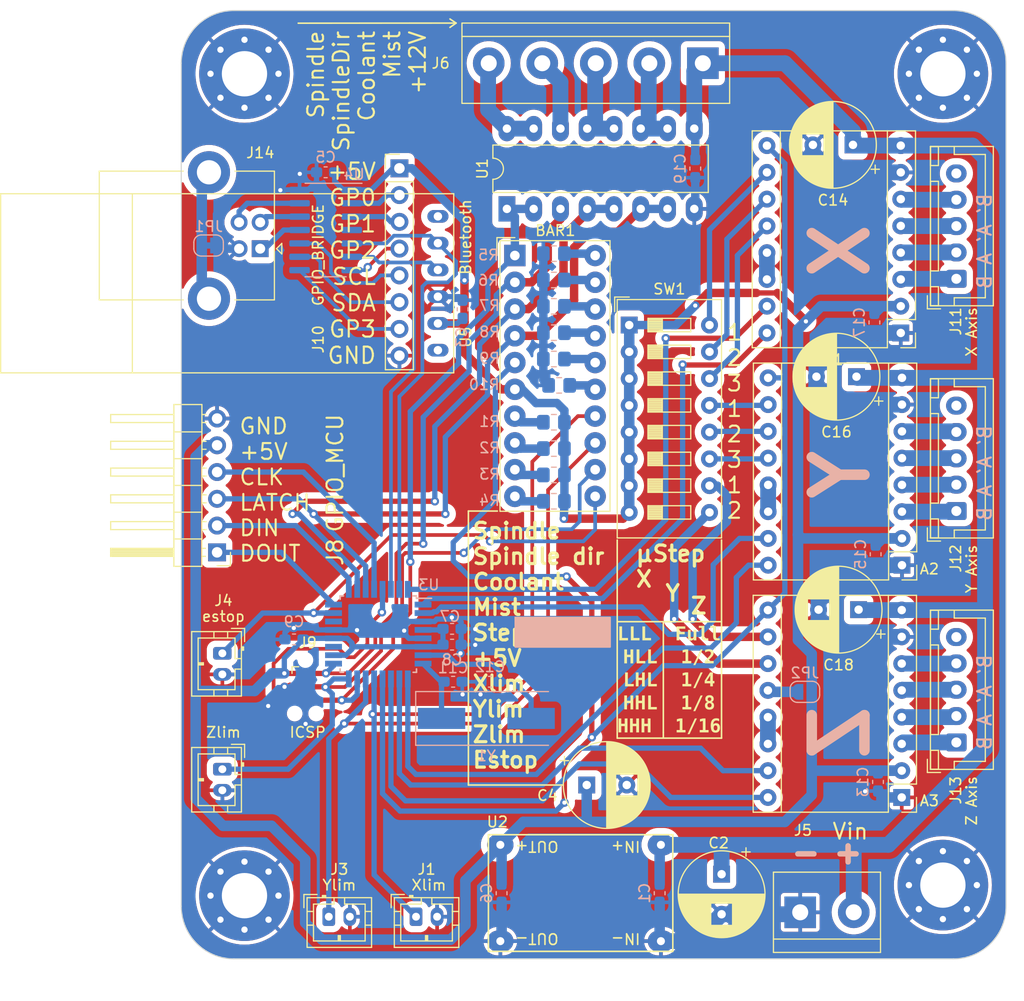
<source format=kicad_pcb>
(kicad_pcb (version 20221018) (generator pcbnew)
  (layers (0 "F.Cu" signal) (31 "B.Cu" signal) (34 "B.Paste" user) (35 "F.Paste" user) (36 "B.SilkS" user "B.Silkscreen") (37 "F.SilkS" user "F.Silkscreen") (38 "B.Mask" user) (39 "F.Mask" user) (44 "Edge.Cuts" user))
  (net 0 "")
  (net 1 "GND")
  (net 2 "+5V")
  (net 3 "Net-(A1-1B)")
  (net 4 "Net-(A1-1A)")
  (net 5 "Net-(A1-2A)")
  (net 6 "Net-(A1-2B)")
  (net 7 "+12V")
  (net 8 "/stepper_enable")
  (net 9 "/StepperDrivers/MS1_X")
  (net 10 "/StepperDrivers/MS2_X")
  (net 11 "/StepperDrivers/MS3_X")
  (net 12 "Net-(A1-~{RESET})")
  (net 13 "/MCU/stepX")
  (net 14 "/MCU/dirX")
  (net 15 "Net-(A2-1B)")
  (net 16 "Net-(A2-1A)")
  (net 17 "Net-(A2-2A)")
  (net 18 "Net-(A2-2B)")
  (net 19 "/StepperDrivers/MS1_Y")
  (net 20 "/StepperDrivers/MS2_Y")
  (net 21 "/StepperDrivers/MS3_Y")
  (net 22 "Net-(A2-~{RESET})")
  (net 23 "/MCU/stepY")
  (net 24 "/MCU/dirY")
  (net 25 "Net-(A3-1B)")
  (net 26 "Net-(A3-1A)")
  (net 27 "Net-(A3-2A)")
  (net 28 "Net-(A3-2B)")
  (net 29 "/StepperDrivers/MS1_Z")
  (net 30 "/StepperDrivers/MS2_Z")
  (net 31 "/StepperDrivers/MS3_Z")
  (net 32 "Net-(A3-~{RESET})")
  (net 33 "/MCU/stepZ")
  (net 34 "/MCU/dirZ")
  (net 35 "/spindle")
  (net 36 "/spindle_dir")
  (net 37 "/coolant")
  (net 38 "/mist")
  (net 39 "Net-(BAR1-A-Pad7)")
  (net 40 "Net-(BAR1-A-Pad8)")
  (net 41 "Net-(BAR1-A-Pad9)")
  (net 42 "Net-(BAR1-A-Pad10)")
  (net 43 "/estop")
  (net 44 "/zlim")
  (net 45 "/ylim")
  (net 46 "/xlim")
  (net 47 "Net-(BAR1-K-Pad15)")
  (net 48 "Net-(BAR1-K-Pad16)")
  (net 49 "Net-(BAR1-K-Pad17)")
  (net 50 "Net-(BAR1-K-Pad18)")
  (net 51 "Net-(BAR1-K-Pad19)")
  (net 52 "Net-(BAR1-K-Pad20)")
  (net 53 "/MCU/XTAL2")
  (net 54 "/MCU/XTAL1")
  (net 55 "Net-(J6-Pin_2)")
  (net 56 "Net-(J6-Pin_3)")
  (net 57 "Net-(J6-Pin_4)")
  (net 58 "/MCU/DOUT")
  (net 59 "/MCU/DIN")
  (net 60 "/MCU/CLK")
  (net 61 "/MCU/~{RST}")
  (net 62 "/MCU/GP0")
  (net 63 "/MCU/GP2")
  (net 64 "/MCU/GP3")
  (net 65 "/MCU/SDA")
  (net 66 "/MCU/SCL")
  (net 70 "/MCU/VUSB")
  (net 71 "Net-(J14-D-)")
  (net 72 "Net-(J14-D+)")
  (net 73 "Net-(J14-Shield)")
  (net 76 "/MCU/RX")
  (net 77 "/MCU/TX")
  (net 81 "/MCU/GP1")
  (net 82 "Net-(J6-Pin_5)")
  (footprint "Connector_PinHeader_2.54mm:PinHeader_1x08_P2.54mm_Vertical" (layer "F.Cu") (at 55.702919 35.975)
    (fp_text reference "J10")
    (fp_text value "GPIO_BRIDGE")
  )
  (footprint "Connector_PinHeader_2.54mm:PinHeader_1x06_P2.54mm_Horizontal" (layer "F.Cu") (at 38.4 72.42 180)
    (fp_text reference "J8")
    (fp_text value "GPIO_MCU")
  )
  (footprint "Connector_JST:JST_PH_B2B-PH-K_1x02_P2.00mm_Vertical" (layer "F.Cu") (at 49 107)
    (fp_text reference "J3")
    (fp_text value "Ylim")
  )
  (footprint "MountingHole:MountingHole_4.3mm_M4_Pad_Via" (layer "F.Cu") (at 107.280419 104)
    (fp_text reference "H4")
    (fp_text value "MountingHole_Pad")
  )
  (footprint "Button_Switch_THT:SW_DIP_SPSTx08_Slide_9.78x22.5mm_W7.62mm_P2.54mm" (layer "F.Cu") (at 77.512919 50.85)
    (fp_text reference "SW1")
    (fp_text value "SW_DIP_x08")
  )
  (footprint "MountingHole:MountingHole_4.3mm_M4_Pad_Via" (layer "F.Cu") (at 41 105)
    (fp_text reference "H2")
    (fp_text value "MountingHole_Pad")
  )
  (footprint "Capacitor_THT:CP_Radial_D8.0mm_P3.80mm" (layer "F.Cu") (at 99.282919 77.85875 180)
    (fp_text reference "C18")
    (fp_text value "47u")
  )
  (footprint "Capacitor_THT:CP_Radial_D8.0mm_P3.80mm" (layer "F.Cu") (at 86.280419 102.964698 -90)
    (fp_text reference "C2")
    (fp_text value "47u")
  )
  (footprint "Capacitor_THT:CP_Radial_D8.0mm_P3.80mm" (layer "F.Cu") (at 73.480419 94.5)
    (fp_text reference "C4")
    (fp_text value "47u")
  )
  (footprint "Module:Pololu_Breakout-16_15.2x20.3mm" (layer "F.Cu") (at 103.37557 95.67875 180)
    (fp_text reference "A3")
    (fp_text value "Pololu_Breakout_A4988")
  )
  (footprint "Module:Pololu_Breakout-16_15.2x20.3mm" (layer "F.Cu") (at 103.397919 73.63875 180)
    (fp_text reference "A2")
    (fp_text value "Pololu_Breakout_A4988")
  )
  (footprint "footprints:BlueSmirf" (layer "F.Cu") (at 59.357919 46.885 180)
    (fp_text reference "U5")
    (fp_text value "Bluetooth")
  )
  (footprint "MountingHole:MountingHole_4.3mm_M4_Pad_Via" (layer "F.Cu") (at 41 27)
    (fp_text reference "H1")
    (fp_text value "MountingHole_Pad")
  )
  (footprint "MountingHole:MountingHole_4.3mm_M4_Pad_Via" (layer "F.Cu") (at 107.280419 27)
    (fp_text reference "H3")
    (fp_text value "MountingHole_Pad")
  )
  (footprint "TerminalBlock:TerminalBlock_bornier-2_P5.08mm" (layer "F.Cu") (at 93.740419 106.58)
    (fp_text reference "J5")
    (fp_text value "Vin")
  )
  (footprint "TerminalBlock:TerminalBlock_bornier-5_P5.08mm" (layer "F.Cu") (at 84.5 26 180)
    (fp_text reference "J6")
    (fp_text value "Screw_Terminal_01x05")
  )
  (footprint "Display:HDSP-4830" (layer "F.Cu") (at 66.660419 44.25)
    (fp_text reference "BAR1")
    (fp_text value "HDSP-4830_2")
  )
  (footprint "Connector_JST:JST_PH_B2B-PH-K_1x02_P2.00mm_Vertical" (layer "F.Cu") (at 57.280419 107)
    (fp_text reference "J1")
    (fp_text value "Xlim")
  )
  (footprint "Connector_JST:JST_XH_B5B-XH-A_1x05_P2.50mm_Vertical" (layer "F.Cu") (at 108.557919 46.45875 90)
    (fp_text reference "J11")
    (fp_text value "X Axis")
  )
  (footprint "Package_DIP:DIP-16_W7.62mm_LongPads" (layer "F.Cu") (at 65.905419 39.825 90)
    (fp_text reference "U1")
    (fp_text value "ULN2003A")
  )
  (footprint "Connector_JST:JST_XH_B5B-XH-A_1x05_P2.50mm_Vertical" (layer "F.Cu") (at 108.557919 90.45875 90)
    (fp_text reference "J13")
    (fp_text value "Z Axis")
  )
  (footprint "Connector_USB:USB_B_Lumberg_2411_02_Horizontal" (layer "F.Cu") (at 42.490419 43.6 180)
    (fp_text reference "J14")
    (fp_text value "USB_A")
  )
  (footprint "Connector_JST:JST_PH_B2B-PH-K_1x02_P2.00mm_Vertical" (layer "F.Cu") (at 38.9 93 -90)
    (fp_text reference "J2")
    (fp_text value "Zlim")
  )
  (footprint "Capacitor_THT:CP_Radial_D8.0mm_P3.80mm" (layer "F.Cu") (at 99.080419 55.74875 180)
    (fp_text reference "C16")
    (fp_text value "47u")
  )
  (footprint "Connector:Tag-Connect_TC2030-IDC-NL_2x03_P1.27mm_Vertical" (layer "F.Cu") (at 46.780419 85.18 -90)
    (fp_text reference "J9")
    (fp_text value "ICSP")
  )
  (footprint "footprints:Mini360_step-down" (layer "F.Cu") (at 72.900419 104.747349 180)
    (fp_text reference "U2")
    (fp_text value "Mini360")
  )
  (footprint "Module:Pololu_Breakout-16_15.2x20.3mm" (layer "F.Cu") (at 103.282919 51.59875 180)
    (fp_text reference "A1")
    (fp_text value "Pololu_Breakout_A4988")
  )
  (footprint "Connector_JST:JST_PH_B2B-PH-K_1x02_P2.00mm_Vertical" (layer "F.Cu") (at 38.9 82 -90)
    (fp_text reference "J4")
    (fp_text value "estop")
  )
  (footprint "Connector_JST:JST_XH_B5B-XH-A_1x05_P2.50mm_Vertical" (layer "F.Cu") (at 108.557919 68.49875 90)
    (fp_text reference "J12")
    (fp_text value "Y Axis")
  )
  (footprint "Capacitor_THT:CP_Radial_D8.0mm_P3.80mm" (layer "F.Cu") (at 98.74557 33.74875 180)
    (fp_text reference "C14")
    (fp_text value "47u")
  )
  (footprint "Resistor_SMD:R_0805_2012Metric_Pad1.20x1.40mm_HandSolder" (layer "B.Cu") (at 70.362919 54.0725)
    (fp_text reference "R9")
    (fp_text value "1k")
  )
  (footprint "Resistor_SMD:R_0805_2012Metric_Pad1.20x1.40mm_HandSolder" (layer "B.Cu") (at 70.862919 56.5725)
    (fp_text reference "R10")
    (fp_text value "1k")
  )
  (footprint "Crystal:Crystal_SMD_HC49-SD" (layer "B.Cu") (at 63.95 88.18)
    (fp_text reference "Y1")
    (fp_text value "16MHz")
  )
  (footprint "Capacitor_SMD:C_0603_1608Metric_Pad1.08x0.95mm_HandSolder" (layer "B.Cu") (at 83.780419 36 -90)
    (fp_text reference "C19")
    (fp_text value "100n")
  )
  (footprint "Capacitor_SMD:C_0603_1608Metric_Pad1.08x0.95mm_HandSolder" (layer "B.Cu") (at 65.400419 104.767349 -90)
    (fp_text reference "C6")
    (fp_text value "100n")
  )
  (footprint "Resistor_SMD:R_0805_2012Metric_Pad1.20x1.40mm_HandSolder" (layer "B.Cu") (at 70.362919 44.0725)
    (fp_text reference "R5")
    (fp_text value "1k")
  )
  (footprint "Resistor_SMD:R_0805_2012Metric_Pad1.20x1.40mm_HandSolder" (layer "B.Cu") (at 70.362919 65.0725 180)
    (fp_text reference "R3")
    (fp_text value "1k")
  )
  (footprint "Jumper:SolderJumper-2_P1.3mm_Bridged_RoundedPad1.0x1.5mm" (layer "B.Cu") (at 37.595419 43.3 180)
    (fp_text reference "JP1")
    (fp_text value "Jumper_2_Bridged")
  )
  (footprint "Resistor_SMD:R_0805_2012Metric_Pad1.20x1.40mm_HandSolder" (layer "B.Cu") (at 70.362919 49.0725)
    (fp_text reference "R7")
    (fp_text value "1k")
  )
  (footprint "Resistor_SMD:R_0805_2012Metric_Pad1.20x1.40mm_HandSolder" (layer "B.Cu") (at 70.362919 62.5725 180)
    (fp_text reference "R2")
    (fp_text value "1k")
  )
  (footprint "Capacitor_SMD:C_0603_1608Metric_Pad1.08x0.95mm_HandSolder" (layer "B.Cu") (at 80.400419 104.767349 -90)
    (fp_text reference "C1")
    (fp_text value "100n")
  )
  (footprint "Resistor_SMD:R_0805_2012Metric_Pad1.20x1.40mm_HandSolder" (layer "B.Cu") (at 70.362919 60.0725 180)
    (fp_text reference "R1")
    (fp_text value "1k")
  )
  (footprint "Capacitor_SMD:C_0603_1608Metric_Pad1.08x0.95mm_HandSolder" (layer "B.Cu") (at 60.7 79.68)
    (fp_text reference "C7")
    (fp_text value "100n")
  )
  (footprint "Capacitor_SMD:C_0603_1608Metric_Pad1.08x0.95mm_HandSolder" (layer "B.Cu") (at 60.7 81.18)
    (fp_text reference "C8")
    (fp_text value "100n")
  )
  (footprint "Capacitor_SMD:C_0603_1608Metric_Pad1.08x0.95mm_HandSolder" (layer "B.Cu") (at 48.702919 36.35 180)
    (fp_text reference "C5")
    (fp_text value "100n")
  )
  (footprint "Package_QFP:TQFP-32_7x7mm_P0.8mm" (layer "B.Cu") (at 53.7 80.18 180)
    (fp_text reference "U3")
    (fp_text value "ATmega328P-A")
  )
  (footprint "Capacitor_SMD:C_0603_1608Metric_Pad1.08x0.95mm_HandSolder" (layer "B.Cu") (at 60.8 84.7)
    (fp_text reference "C11")
    (fp_text value "22p")
  )
  (footprint "Jumper:SolderJumper-2_P1.3mm_Open_RoundedPad1.0x1.5mm" (layer "B.Cu") (at 94.182919 85.65875 180)
    (fp_text reference "JP2")
    (fp_text value "Jumper_2_Open")
  )
  (footprint "Capacitor_SMD:C_0603_1608Metric_Pad1.08x0.95mm_HandSolder" (layer "B.Cu") (at 100.897919 72.59875 -90)
    (fp_text reference "C15")
    (fp_text value "100n")
  )
  (footprint "Capacitor_SMD:C_0603_1608Metric_Pad1.08x0.95mm_HandSolder" (layer "B.Cu") (at 64.3 84.7 180)
    (fp_text reference "C12")
    (fp_text value "22p")
  )
  (footprint "Capacitor_SMD:C_0603_1608Metric_Pad1.08x0.95mm_HandSolder" (layer "B.Cu") (at 61.702919 49.35 90)
    (fp_text reference "C3")
    (fp_text value "100n")
  )
  (footprint "Resistor_SMD:R_0805_2012Metric_Pad1.20x1.40mm_HandSolder" (layer "B.Cu") (at 70.362919 46.5725)
    (fp_text reference "R6")
    (fp_text value "1k")
  )
  (footprint "Capacitor_SMD:C_0603_1608Metric_Pad1.08x0.95mm_HandSolder" (layer "B.Cu") (at 101.122919 94.20875 -90)
    (fp_text reference "C13")
    (fp_text value "100n")
  )
  (footprint "Package_SO:SOIC-14_3.9x8.7mm_P1.27mm" (layer "B.Cu") (at 48.702919 41.83 180)
    (fp_text reference "U4")
    (fp_text value "MCP2221AxSL")
  )
  (footprint "Capacitor_SMD:C_0603_1608Metric_Pad1.08x0.95mm_HandSolder" (layer "B.Cu") (at 45.7 80.68 180)
    (fp_text reference "C9")
    (fp_text value "100n")
  )
  (footprint "Resistor_SMD:R_0805_2012Metric_Pad1.20x1.40mm_HandSolder" (layer "B.Cu") (at 70.362919 51.5725)
    (fp_text reference "R8")
    (fp_text value "1k")
  )
  (footprint "Capacitor_SMD:C_0603_1608Metric_Pad1.08x0.95mm_HandSolder" (layer "B.Cu") (at 100.782919 50.59875 -90)
    (fp_text reference "C17")
    (fp_text value "100n")
  )
  (footprint "Resistor_SMD:R_0805_2012Metric_Pad1.20x1.40mm_HandSolder" (layer "B.Cu") (at 70.362919 67.5725 180)
    (fp_text reference "R4")
    (fp_text value "1k")
  )
  (gr_rect (start 66.7 78.6) (end 75.7 81.4) (stroke (width 0.15)) (fill solid) (layer "B.SilkS"))
  (gr_line (start 62.25 94.5) (end 71.260419 94.5) (stroke (width 0.15)) (layer "F.SilkS"))
  (gr_line (start 61.080419 22.19) (end 60.5 22.6) (stroke (width 0.15)) (layer "F.SilkS"))
  (gr_line (start 61.080419 22.19) (end 46.1 22.2) (stroke (width 0.15)) (layer "F.SilkS"))
  (gr_line (start 76.372919 90.051) (end 86.272919 90.051) (stroke (width 0.15)) (layer "F.SilkS"))
  (gr_line (start 76.372919 71.25) (end 76.372919 90.051) (stroke (width 0.15)) (layer "F.SilkS"))
  (gr_line (start 61.080419 22.19) (end 60.5 21.8) (stroke (width 0.15)) (layer "F.SilkS"))
  (gr_line (start 86.272919 71.25) (end 86.272919 90.051) (stroke (width 0.15)) (layer "F.SilkS"))
  (gr_line (start 65 68.5) (end 62.25 68.5) (stroke (width 0.15)) (layer "F.SilkS"))
  (gr_line (start 80.75 79) (end 80.75 89.5) (stroke (width 0.15)) (layer "F.SilkS"))
  (gr_line (start 76.4 79) (end 86.25 79) (stroke (width 0.15)) (layer "F.SilkS"))
  (gr_line (start 80.75 89.5) (end 80.75 90) (stroke (width 0.15)) (layer "F.SilkS"))
  (gr_line (start 62.25 68.5) (end 62.25 94.5) (stroke (width 0.15)) (layer "F.SilkS"))
  (gr_line (start 40 21) (end 108.280419 21) (stroke (width 0.1)) (layer "Edge.Cuts"))
  (gr_arc (start 40 111) (mid 36.464466 109.535534) (end 35 106) (stroke (width 0.1)) (layer "Edge.Cuts"))
  (gr_line (start 113.280419 26) (end 113.280419 106) (stroke (width 0.1)) (layer "Edge.Cuts"))
  (gr_arc (start 108.280419 21) (mid 111.815953 22.464466) (end 113.280419 26) (stroke (width 0.1)) (layer "Edge.Cuts"))
  (gr_line (start 35 106) (end 35 26) (stroke (width 0.1)) (layer "Edge.Cuts"))
  (gr_line (start 108.280419 111) (end 40 111) (stroke (width 0.1)) (layer "Edge.Cuts"))
  (gr_arc (start 35 26) (mid 36.464466 22.464466) (end 40 21) (stroke (width 0.1)) (layer "Edge.Cuts"))
  (gr_arc (start 113.280419 106) (mid 111.815953 109.535534) (end 108.280419 111) (stroke (width 0.1)) (layer "Edge.Cuts"))
  (gr_text "B' A' A B" (at 112 82 90) (layer "B.SilkS") (effects (font (size 1.3 1.3) (thickness 0.2)) (justify left bottom mirror)))
  (gr_text "Z" (at 100.5 86.5 90) (layer "B.SilkS") (effects (font (size 5 5) (thickness 1) bold) (justify left bottom mirror)))
  (gr_text "B' A' A B" (at 112 38.25 90) (layer "B.SilkS") (effects (font (size 1.3 1.3) (thickness 0.2)) (justify left bottom mirror)))
  (gr_text "Y" (at 100.5 62.25 90) (layer "B.SilkS") (effects (font (size 5 5) (thickness 1) bold) (justify left bottom mirror)))
  (gr_text "X" (at 100.5 40.75 90) (layer "B.SilkS") (effects (font (size 5 5) (thickness 1) bold) (justify left bottom mirror)))
  (gr_text "B' A' A B" (at 112 60.25 90) (layer "B.SilkS") (effects (font (size 1.3 1.3) (thickness 0.2)) (justify left bottom mirror)))
  (gr_text "Spindle\nSpindle dir\nCoolant\nMist\nStepper_en\n+5V\nXlim\nYlim\nZlim\nEstop" (at 62.5 93) (layer "F.SilkS") (effects (font (size 1.5 1.5) (thickness 0.3) bold) (justify left bottom)))
  (gr_text "GND\n+5V\nCLK\nLATCH\nDIN\nDOUT" (at 40.4 73.4) (layer "F.SilkS") (effects (font (size 1.5 1.5) (thickness 0.2) bold) (justify left bottom)))
  (gr_text "+5V\nGP0\nGP1\nGP2\nSCL\nSDA\nGP3\nGND" (at 53.6 45) (layer "F.SilkS") (effects (font (size 1.55 1.5) (thickness 0.2)) (justify right)))
  (gr_text "LLL  Full\nHLL  1/2\nLHL  1/4\nHHL  1/8\nHHH  1/16" (at 81.3 84.6) (layer "F.SilkS") (effects (font (size 1.3 1.3) (thickness 0.2) bold)))
  (gr_text "Spindle\nSpindleDir\nCoolant\nMist\n+12V" (at 52.6 22.8 90) (layer "F.SilkS") (effects (font (size 1.5 1.5) (thickness 0.2)) (justify right)))
  (gr_text "µStep\nX" (at 78 73.75) (layer "F.SilkS") (effects (font (size 1.5 1.5) (thickness 0.3) bold) (justify left)))
  (gr_text "Y" (at 80.8 76.3) (layer "F.SilkS") (effects (font (size 1.5 1.5) (thickness 0.3) bold) (justify left)))
  (gr_text "1\n2\n3\n1\n2\n3\n1\n2" (at 87.5 60) (layer "F.SilkS") (effects (font (size 1.5 1.5) (thickness 0.2))))
  (gr_text "Z" (at 83.2 77.5) (layer "F.SilkS") (effects (font (size 1.5 1.5) (thickness 0.3) bold) (justify left)))
  (segment (start 46.145419 85.18) (end 44.80042 85.179999) (width 0.5) (layer "F.Cu") (net 1))
  (via (at 61.7 85.9) (size 0.8) (drill 0.4) (layers "F.Cu" "B.Cu") (net 1))
  (via (at 46.25 36.5) (size 0.8) (drill 0.4) (layers "F.Cu" "B.Cu") (net 1))
  (via (at 43.25 87) (size 0.8) (drill 0.4) (layers "F.Cu" "B.Cu") (net 1))
  (via (at 44.80042 85.179999) (size 0.8) (drill 0.4) (layers "F.Cu" "B.Cu") (net 1))
  (via (at 62.9 79.7) (size 0.8) (drill 0.4) (layers "F.Cu" "B.Cu") (net 1))
  (via (at 61.5 82) (size 0.8) (drill 0.4) (layers "F.Cu" "B.Cu") (net 1))
  (via (at 62.9 81.2) (size 0.8) (drill 0.4) (layers "F.Cu" "B.Cu") (net 1))
  (via (at 56.153792 79.854048) (size 0.8) (drill 0.4) (layers "F.Cu" "B.Cu") (net 1))
  (via (at 60.680419 78.6) (size 0.8) (drill 0.4) (layers "F.Cu" "B.Cu") (net 1))
  (via (at 63.4 85.9) (size 0.8) (drill 0.4) (layers "F.Cu" "B.Cu") (net 1))
  (via (at 51.680419 79.8) (size 0.8) (drill 0.4) (layers "F.Cu" "B.Cu") (net 1))
  (via (at 44.402919 38.05) (size 0.8) (drill 0.4) (layers "F.Cu" "B.Cu") (net 1))
  (via (at 45.680419 79.6) (size 0.8) (drill 0.4) (layers "F.Cu" "B.Cu") (net 1))
  (via (at 99.9 95.1) (size 0.8) (drill 0.4) (layers "F.Cu" "B.Cu") (net 1))
  (via (at 46.8 88.7) (size 0.8) (drill 0.4) (layers "F.Cu" "B.Cu") (net 1))
  (segment (start 80.400419 105.629849) (end 80.400419 109.197349) (width 1) (layer "B.Cu") (net 1))
  (segment (start 44.8375 80.0425) (end 44.8375 80.68) (width 0.5) (layer "B.Cu") (net 1))
  (segment (start 46.227919 38.02) (end 44.432919 38.02) (width 0.5) (layer "B.Cu") (net 1))
  (segment (start 56.65 78.98) (end 57.95 78.98) (width 0.5) (layer "B.Cu") (net 1))
  (segment (start 95.482919 79.05875) (end 95.482919 77.85875) (width 1.5) (layer "B.Cu") (net 1))
  (segment (start 97.392919 73.63875) (end 95.482919 75.54875) (width 1.5) (layer "B.Cu") (net 1))
  (segment (start 96.862919 80.43875) (end 95.482919 79.05875) (width 1.5) (layer "B.Cu") (net 1))
  (segment (start 95.482919 75.54875) (end 95.482919 77.85875) (width 1.5) (layer "B.Cu") (net 1))
  (segment (start 45.2 79.68) (end 44.8375 80.0425) (width 0.5) (layer "B.Cu") (net 1))
  (segment (start 65.400419 109.197349) (end 65.280419 109.317349) (width 1) (layer "B.Cu") (net 1))
  (segment (start 44.432919 38.02) (end 44.402919 38.05) (width 0.5) (layer "B.Cu") (net 1))
  (segment (start 56.2 79.43) (end 56.65 78.98) (width 0.5) (layer "B.Cu") (net 1))
  (segment (start 103.282919 51.59875) (end 100.920419 51.59875) (width 1) (layer "B.Cu") (net 1))
  (segment (start 69.362919 56.0725) (end 69.862919 56.5725) (width 0.8) (layer "B.Cu") (net 1))
  (segment (start 100.920419 51.59875) (end 100.782919 51.46125) (width 1) (layer "B.Cu") (net 1))
  (segment (start 47.840419 36.35) (end 47.840419 37.2125) (width 0.5) (layer "B.Cu") (net 1))
  (segment (start 96.052919 36.35875) (end 94.94557 35.251401) (width 1.5) (layer "B.Cu") (net 1))
  (segment (start 45.680419 79.6) (end 45.600419 79.68) (width 0.5) (layer "B.Cu") (net 1))
  (segment (start 101.730419 95.67875) (end 101.122919 95.07125) (width 1) (layer "B.Cu") (net 1))
  (segment (start 60.525419 78.755) (end 60.680419 78.6) (width 0.5) (layer "B.Cu") (net 1))
  (segment (start 103.282919 36.35875) (end 96.052919 36.35875) (width 1.5) (layer "B.Cu") (net 1))
  (segment (start 56.099744 79.8) (end 56.153792 79.854048) (width 0.5) (layer "B.Cu") (net 1))
  (segment (start 38.245419 40.3075) (end 38.245419 43.3) (width 0.5) (layer "B.Cu") (net 1))
  (segment (start 61.2 78.68) (end 61.5625 79.0425) (width 0.5) (layer "B.Cu") (net 1))
  (segment (start 101.075419 73.63875) (end 100.897919 73.46125) (width 1) (layer "B.Cu") (net 1))
  (segment (start 38.545419 43.6) (end 38.245419 43.3) (width 0.8) (layer "B.Cu") (net 1))
  (segment (start 93.555721 106.764698) (end 93.740419 106.58) (width 1.5) (layer "B.Cu") (net 1))
  (segment (start 65.400419 105.629849) (end 65.400419 109.197349) (width 1) (layer "B.Cu") (net 1))
  (segment (start 69.362919 44.0725) (end 69.362919 56.0725) (width 0.8) (layer "B.Cu") (net 1))
  (segment (start 57.95 78.98) (end 59.027728 78.98) (width 0.5) (layer "B.Cu") (net 1))
  (segment (start 61.5625 79.0425) (end 61.5625 79.68) (width 0.5) (layer "B.Cu") (net 1))
  (segment (start 95.280419 53.25125) (end 95.280419 55.74875) (width 1.5) (layer "B.Cu") (net 1))
  (segment (start 59.357919 48.155) (end 61.370419 48.155) (width 0.5) (layer "B.Cu") (net 1))
  (segment (start 83.780419 39.73) (end 83.685419 39.825) (width 0.8) (layer "B.Cu") (net 1))
  (segment (start 61.5625 81.18) (end 61.5625 79.68) (width 0.5) (layer "B.Cu") (net 1))
  (segment (start 59.027728 78.98) (end 59.252728 78.755) (width 0.5) (layer "B.Cu") (net 1))
  (segment (start 103.37557 95.67875) (end 101.730419 95.67875) (width 1) (layer "B.Cu") (net 1))
  (segment (start 95.257919 56.94875) (end 95.257919 55.74875) (width 1.5) (layer "B.Cu") (net 1))
  (segment (start 56.2 79.68) (end 56.2 79.43) (width 0.5) (layer "B.Cu") (net 1))
  (segment (start 49.45 79.78) (end 47.8 79.78) (width 0.5) (layer "B.Cu") (net 1))
  (segment (start 86.280419 106.764698) (end 93.555721 106.764698) (width 1.5) (layer "B.Cu") (net 1))
  (segment (start 56.6 80.58) (end 56.2 80.18) (width 0.5) (layer "B.Cu") (net 1))
  (segment (start 96.707919 58.39875) (end 95.257919 56.94875) (width 1.5) (layer "B.Cu") (net 1))
  (segment (start 45.600419 79.68) (end 45.2 79.68) (width 0.5) (layer "B.Cu") (net 1))
  (segment (start 51.680419 79.8) (end 56.099744 79.8) (width 0.5) (layer "B.Cu") (net 1))
  (segment (start 57.95 80.58) (end 56.6 80.58) (width 0.5) (layer "B.Cu") (net 1))
  (segment (start 94.94557 35.251401) (end 94.94557 33.74875) (width 1.5) (layer "B.Cu") (net 1))
  (segment (start 47.840419 37.2125) (end 47.032919 38.02) (width 0.5) (layer "B.Cu") (net 1))
  (segment (start 96.932919 51.59875) (end 95.280419 53.25125) (width 1.5) (layer "B.Cu") (net 1))
  (segment (start 49.45 79.78) (end 51.680419 79.8) (width 0.5) (layer "B.Cu") (net 1))
  (segment (start 40.490419 43.6) (end 38.545419 43.6) (width 0.8) (layer "B.Cu") (net 1))
  (segment (start 47.032919 38.02) (end 46.227919 38.02) (width 0.5) (layer "B.Cu") (net 1))
  (segment (start 103.397919 73.63875) (end 101.075419 73.63875) (width 1) (layer "B.Cu") (net 1))
  (segment (start 56.2 80.18) (end 56.2 79.68) (width 0.5) (layer "B.Cu") (net 1))
  (segment (start 45.680419 79.6) (end 47.62 79.6) (width 0.5) (layer "B.Cu") (net 1))
  (segment (start 40.532919 38.02) (end 38.245419 40.3075) (width 0.5) (layer "B.Cu") (net 1))
  (segment (start 44.402919 38.05) (end 44.372919 38.02) (width 0.5) (layer "B.Cu") (net 1))
  (segment (start 61.370419 48.155) (end 61.702919 48.4875) (width 0.5) (layer "B.Cu") (net 1))
  (segment (start 103.397919 73.63875) (end 97.392919 73.63875) (width 1.5) (layer "B.Cu") (net 1))
  (segment (start 80.520419 109.317349) (end 83.727768 109.317349) (width 1.5) (layer "B.Cu") (net 1))
  (segment (start 80.400419 109.197349) (end 80.520419 109.317349) (width 1) (layer "B.Cu") (net 1))
  (segment (start 47.62 79.6) (end 47.8 79.78) (width 0.5) (layer "B.Cu") (net 1))
  (segment (start 45.760419 79.68) (end 45.680419 79.6) (width 0.5) (layer "B.Cu") (net 1))
  (segment (start 103.282919 51.59875) (end 96.932919 51.59875) (width 1.5) (layer "B.Cu") (net 1))
  (segment (start 83.727768 109.317349) (end 86.280419 106.764698) (width 1.5) (layer "B.Cu") (net 1))
  (segment (start 103.397919 58.39875) (end 96.707919 58.39875) (width 1.5) (layer "B.Cu") (net 1))
  (segment (start 61.7 81.3175) (end 61.5625 81.18) (width 0.5) (layer "B.Cu") (net 1))
  (segment (start 56.153792 79.726208) (end 56.153792 79.854048) (width 0.5) (layer "B.Cu") (net 1))
  (segment (start 60.760419 78.68) (end 61.2 78.68) (width 0.5) (layer "B.Cu") (net 1))
  (segment (start 83.780419 36.8625) (end 83.780419 39.73) (width 0.8) (layer "B.Cu") (net 1))
  (segment (start 44.372919 38.02) (end 40.532919 38.02) (width 0.5) (layer "B.Cu") (net 1))
  (segment (start 59.252728 78.755) (end 60.525419 78.755) (width 0.5) (layer "B.Cu") (net 1))
  (segment (start 103.37557 80.43875) (end 96.862919 80.43875) (width 1.5) (layer "B.Cu") (net 1))
  (segment (start 60.680419 78.6) (end 60.760419 78.68) (width 0.5) (layer "B.Cu") (net 1))
  (segment (start 56.2 79.68) (end 56.153792 79.726208) (width 0.5) (layer "B.Cu") (net 1))
  (segment (start 66.660419 56.95) (end 65.330419 56.95) (width 0.8) (layer "F.Cu") (net 2))
  (segment (start 61.880419 53.5) (end 61.880419 50.5725) (width 0.8) (layer "F.Cu") (net 2))
  (segment (start 61.757919 50.695) (end 61.880419 50.5725) (width 0.8) (layer "F.Cu") (net 2))
  (segment (start 44.790419 83.91) (end 44.780419 83.9) (width 0.5) (layer "F.Cu") (net 2))
  (segment (start 46.145419 83.91) (end 44.790419 83.91) (width 0.5) (layer "F.Cu") (net 2))
  (segment (start 71.312919 69.2225) (end 76.920419 69.2225) (width 0.8) (layer "F.Cu") (net 2))
  (segment (start 91.580419 47.8) (end 89.580419 47.8) (width 0.5) (layer "F.Cu") (net 2))
  (segment (start 94.280419 50.5) (end 91.580419 47.8) (width 0.8) (layer "F.Cu") (net 2))
  (segment (start 83.780419 49) (end 84.980419 47.8) (width 0.8) (layer "F.Cu") (net 2))
  (segment (start 59.357919 50.695) (end 61.757919 50.695) (width 0.8) (layer "F.Cu") (net 2))
  (segment (start 65.330419 56.95) (end 61.880419 53.5) (width 0.8) (layer "F.Cu") (net 2))
  (segment (start 76.920419 69.2225) (end 77.512919 68.63) (width 0.8) (layer "F.Cu") (net 2))
  (segment (start 61.880419 50.5725) (end 61.880419 46.6) (width 0.8) (layer "F.Cu") (net 2))
  (segment (start 84.980419 47.8) (end 89.580419 47.8) (width 0.8) (layer "F.Cu") (net 2))
  (via (at 71.312919 69.2225) (size 0.8) (drill 0.4) (layers "F.Cu" "B.Cu") (net 2))
  (via (at 83.780419 49) (size 0.8) (drill 0.4) (layers "F.Cu" "B.Cu") (net 2))
  (via (at 61.880419 46.6) (size 0.8) (drill 0.4) (layers "F.Cu" "B.Cu") (net 2))
  (via (at 44.780419 83.9) (size 0.8) (drill 0.4) (layers "F.Cu" "B.Cu") (net 2))
  (via (at 94.280419 50.5) (size 0.8) (drill 0.4) (layers "F.Cu" "B.Cu") (net 2))
  (segment (start 93.879169 71.09875) (end 93.530419 70.75) (width 1) (layer "B.Cu") (net 2))
  (segment (start 36.362919 84.5725) (end 36.362919 63.3725) (width 1) (layer "B.Cu") (net 2))
  (segment (start 94.832919 85.65875) (end 94.832919 93) (width 1) (layer "B.Cu") (net 2))
  (segment (start 65.400419 103.904849) (end 65.400419 100.297349) (width 1) (layer "B.Cu") (net 2))
  (segment (start 73.480419 97.8) (end 73.280419 98) (width 1) (layer "B.Cu") (net 2))
  (segment (start 43.635419 83.9) (end 41.962919 85.5725) (width 1) (layer "B.Cu") (net 2))
  (segment (start 94.832919 85.65875) (end 94.832919 82.0525) (width 1) (layer "B.Cu") (net 2))
  (segment (start 103.397919 71.09875) (end 93.879169 71.09875) (width 1) (layer "B.Cu") (net 2))
  (segment (start 103.282919 49.05875) (end 95.721669 49.05875) (width 1) (layer "B.Cu") (net 2))
  (segment (start 48.362919 109.1725) (end 60.562919 109.1725) (width 1) (layer "B.Cu") (net 2))
  (segment (start 61.880419 40.960444) (end 56.894975 35.975) (width 0.8) (layer "B.Cu") (net 2))
  (segment (start 50.372919 38.02) (end 49.565419 37.2125) (width 0.5) (layer "B.Cu") (net 2))
  (segment (start 36.362919 84.5725) (end 36.362919 95.7725) (width 1) (layer "B.Cu") (net 2))
  (segment (start 67.360419 56.95) (end 68.660419 58.25) (width 0.8) (layer "B.Cu") (net 2))
  (segment (start 56.894975 35.975) (end 55.702919 35.975) (width 0.8) (layer "B.Cu") (net 2))
  (segment (start 41.962919 85.5725) (end 36.562919 85.5725) (width 1) (layer "B.Cu") (net 2))
  (segment (start 60.562919 109.1725) (end 61.962919 107.7725) (width 1) (layer "B.Cu") (net 2))
  (segment (start 67.457768 98) (end 65.280419 100.177349) (width 1) (layer "B.Cu") (net 2))
  (segment (start 93.530419 51.25) (end 93.530419 70.75) (width 1) (layer "B.Cu") (net 2))
  (segment (start 93.530419 70.75) (end 93.530419 80.75) (width 1) (layer "B.Cu") (net 2))
  (segment (start 65.280419 100.255) (end 65.280419 100.177349) (width 1) (layer "B.Cu") (net 2))
  (segment (start 37.475419 62.26) (end 38.4 62.26) (width 1) (layer "B.Cu") (net 2))
  (segment (start 71.362919 67.5725) (end 71.312919 69.2225) (width 0.8) (layer "B.Cu") (net 2))
  (segment (start 101.535419 71.09875) (end 100.897919 71.73625) (width 1) (layer "B.Cu") (net 2))
  (segment (start 59.357919 50.695) (end 61.220419 50.695) (width 0.5) (layer "B.Cu") (net 2))
  (segment (start 61.880419 46.6) (end 61.880419 40.960444) (width 0.8) (layer "B.Cu") (net 2))
  (segment (start 103.282919 49.05875) (end 101.460419 49.05875) (width 1) (layer "B.Cu") (net 2))
  (segment (start 70.660419 58.25) (end 71.362919 58.9525) (width 0.8) (layer "B.Cu") (net 2))
  (segment (start 61.962919 107.7725) (end 61.962919 103.5725) (width 1) (layer "B.Cu") (net 2))
  (segment (start 94.971669 93.13875) (end 94.832919 93) (width 1) (layer "B.Cu") (net 2))
  (segment (start 38.962919 98.3725) (end 43.562919 98.3725) (width 1) (layer "B.Cu") (net 2))
  (segment (start 71.362919 58.9525) (end 71.362919 67.5725) (width 0.8) (layer "B.Cu") (net 2))
  (segment (start 57.95 81.38) (end 59.6375 81.38) (width 0.5) (layer "B.Cu") (net 2))
  (segment (start 73.280419 98) (end 67.457768 98) (width 1) (layer "B.Cu") (net 2))
  (segment (start 44.780419 82.462081) (end 44.780419 83.9) (width 0.5) (layer "B.Cu") (net 2))
  (segment (start 73.480419 94.5) (end 73.480419 97.8) (width 1) (layer "B.Cu") (net 2))
  (segment (start 51.2 81.319581) (end 51.280419 81.4) (width 0.5) (layer "B.Cu") (net 2))
  (segment (start 51.280419 81.4) (end 51.2 81.480419) (width 0.5) (layer "B.Cu") (net 2))
  (segment (start 77.512919 50.85) (end 77.512919 68.63) (width 1) (layer "B.Cu") (net 2))
  (segment (start 49.565419 36.35) (end 49.565419 37.2125) (width 0.5) (layer "B.Cu") (net 2))
  (segment (start 103.397919 71.09875) (end 101.535419 71.09875) (width 1) (layer "B.Cu") (net 2))
  (segment (start 94.832919 95.4475) (end 94.832919 93) (width 1) (layer "B.Cu") (net 2))
  (segment (start 46.762919 101.5725) (end 46.762919 107.5725) (width 1) (layer "B.Cu") (net 2))
  (segment (start 59.7375 79.78) (end 59.8375 79.68) (width 0.5) (layer "B.Cu") (net 2))
  (segment (start 101.460419 49.05875) (end 100.782919 49.73625) (width 1) (layer "B.Cu") (net 2))
  (segment (start 36.362919 85.3725) (end 36.362919 84.5725) (width 1) (layer "B.Cu") (net 2))
  (segment (start 53.032919 38.02) (end 55.077919 35.975) (width 0.5) (layer "B.Cu") (net 2))
  (segment (start 36.562919 85.5725) (end 36.362919 85.3725) (width 1) (layer "B.Cu") (net 2))
  (segment (start 57.95 81.38) (end 51.4 81.38) (width 0.5) (layer "B.Cu") (net 2))
  (segment (start 61.962919 103.5725) (end 65.280419 100.255) (width 1) (layer "B.Cu") (net 2))
  (segment (start 36.362919 63.3725) (end 37.475419 62.26) (width 1) (layer "B.Cu") (net 2))
  (segment (start 93.530419 80.75) (end 94.832919 82.0525) (width 1) (layer "B.Cu") (net 2))
  (segment (start 46.6625 80.58) (end 46.5625 80.68) (width 0.5) (layer "B.Cu") (net 2))
  (segment (start 59.6375 81.38) (end 59.8375 81.18) (width 0.5) (layer "B.Cu") (net 2))
  (segment (start 55.077919 35.975) (end 55.702919 35.975) (width 0.5) (layer "B.Cu") (net 2))
  (segment (start 61.220419 50.695) (end 61.702919 50.2125) (width 0.5) (layer "B.Cu") (net 2))
  (segment (start 57.95 79.78) (end 59.7375 79.78) (width 0.5) (layer "B.Cu") (net 2))
  (segment (start 68.660419 58.25) (end 70.660419 58.25) (width 0.8) (layer "B.Cu") (net 2))
  (segment (start 51.177919 38.02) (end 50.372919 38.02) (width 0.5) (layer "B.Cu") (net 2))
  (segment (start 49.45 80.58) (end 50.75 80.58) (width 0.5) (layer "B.Cu") (net 2))
  (segment (start 92.280419 98) (end 73.280419 98) (width 1) (layer "B.Cu") (net 2))
  (segment (start 46.762919 107.5725) (end 48.362919 109.1725) (width 1) (layer "B.Cu") (net 2))
  (segment (start 51.2 81.480419) (end 51.2 81.605) (width 0.5) (layer "B.Cu") (net 2))
  (segment (start 51.177919 38.02) (end 53.032919 38.02) (width 0.5) (layer "B.Cu") (net 2))
  (segment (start 51.2 81.03) (end 51.2 81.18) (width 0.5) (layer "B.Cu") (net 2))
  (segment (start 51.2 81.18) (end 51.2 81.319581) (width 0.5) (layer "B.Cu") (net 2))
  (segment (start 50.75 80.58) (end 51.2 81.03) (width 0.5) (layer "B.Cu") (net 2))
  (segment (start 43.562919 98.3725) (end 46.762919 101.5725) (width 1) (layer "B.Cu") (net 2))
  (segment (start 59.8375 81.18) (end 59.8375 79.68) (width 0.5) (layer "B.Cu") (net 2))
  (segment (start 46.5625 80.68) (end 44.780419 82.462081) (width 0.5) (layer "B.Cu") (net 2))
  (segment (start 81.930419 50.85) (end 83.780419 49) (width 0.8) (layer "B.Cu") (net 2))
  (segment (start 51.2 81.605) (end 50.625 82.18) (width 0.5) (layer "B.Cu") (net 2))
  (segment (start 44.780419 83.9) (end 43.635419 83.9) (width 1) (layer "B.Cu") (net 2))
  (segment (start 77.512919 50.85) (end 81.930419 50.85) (width 0.8) (layer "B.Cu") (net 2))
  (segment (start 101.330419 93.13875) (end 101.122919 93.34625) (width 1) (layer "B.Cu") (net 2))
  (segment (start 65.400419 100.297349) (end 65.280419 100.177349) (width 1) (layer "B.Cu") (net 2))
  (segment (start 95.721669 49.05875) (end 93.530419 51.25) (width 1) (layer "B.Cu") (net 2))
  (segment (start 49.45 80.58) (end 46.6625 80.58) (width 0.5) (layer "B.Cu") (net 2))
  (segment (start 103.37557 93.13875) (end 94.971669 93.13875) (width 1) (layer "B.Cu") (net 2))
  (segment (start 66.660419 56.95) (end 67.360419 56.95) (width 0.8) (layer "B.Cu") (net 2))
  (segment (start 50.625 82.18) (end 49.45 82.18) (width 0.5) (layer "B.Cu") (net 2))
  (segment (start 51.4 81.38) (end 51.2 81.18) (width 0.5) (layer "B.Cu") (net 2))
  (segment (start 103.37557 93.13875) (end 101.330419 93.13875) (width 1) (layer "B.Cu") (net 2))
  (segment (start 92.280419 98) (end 94.832919 95.4475) (width 1) (layer "B.Cu") (net 2))
  (segment (start 36.362919 95.7725) (end 38.962919 98.3725) (width 1) (layer "B.Cu") (net 2))
  (segment (start 103.342919 46.45875) (end 103.282919 46.51875) (width 1.5) (layer "B.Cu") (net 3))
  (segment (start 108.192919 46.45875) (end 103.342919 46.45875) (width 1.5) (layer "B.Cu") (net 3))
  (segment (start 108.192919 43.95875) (end 103.302919 43.95875) (width 1.5) (layer "B.Cu") (net 4))
  (segment (start 103.302919 43.95875) (end 103.282919 43.97875) (width 1.5) (layer "B.Cu") (net 4))
  (segment (start 103.302919 41.45875) (end 103.282919 41.43875) (width 1.5) (layer "B.Cu") (net 5))
  (segment (start 108.192919 41.45875) (end 103.302919 41.45875) (width 1.5) (layer "B.Cu") (net 5))
  (segment (start 108.192919 38.95875) (end 103.342919 38.95875) (width 1.5) (layer "B.Cu") (net 6))
  (segment (start 103.342919 38.95875) (end 103.282919 38.89875) (width 1.5) (layer "B.Cu") (net 6))
  (segment (start 98.820419 100.217349) (end 98.780419 100.177349) (width 1.5) (layer "B.Cu") (net 7))
  (segment (start 80.400419 103.904849) (end 80.400419 100.297349) (width 1) (layer "B.Cu") (net 7))
  (segment (start 111.280419 77.7) (end 111.280419 91) (width 1.5) (layer "B.Cu") (net 7))
  (segment (start 111.280419 56) (end 111.280419 35) (width 1.5) (layer "B.Cu") (net 7))
  (segment (start 98.820419 106.58) (end 98.820419 100.217349) (width 1.5) (layer "B.Cu") (net 7))
  (segment (start 111.280419 35) (end 110.099169 33.81875) (width 1.5) (layer "B.Cu") (net 7))
  (segment (start 98.74557 33.74875) (end 98.74557 32.465151) (width 1.5) (layer "B.Cu") (net 7))
  (segment (start 92.280419 26) (end 84.440419 26) (width 1.5) (layer "B.Cu") (net 7))
  (segment (start 103.397919 55.85875) (end 111.139169 55.85875) (width 1.5) (layer "B.Cu") (net 7))
  (segment (start 111.081669 77.89875) (end 111.280419 77.7) (width 1.5) (layer "B.Cu") (net 7))
  (segment (start 86.280419 100.177349) (end 80.520419 100.177349) (width 1.5) (layer "B.Cu") (net 7))
  (segment (start 98.780419 100.177349) (end 86.280419 100.177349) (width 1.5) (layer "B.Cu") (net 7))
  (segment (start 111.280419 91) (end 102.10307 100.177349) (width 1.5) (layer "B.Cu") (net 7))
  (segment (start 83.780419 32.3) (end 83.685419 32.205) (width 0.8) (layer "B.Cu") (net 7))
  (segment (start 111.280419 69.993901) (end 111.280419 77.7) (width 1.5) (layer "B.Cu") (net 7))
  (segment (start 83.685419 26.755) (end 84.440419 26) (width 1.5) (layer "B.Cu") (net 7))
  (segment (start 110.099169 33.81875) (end 103.282919 33.81875) (width 1.5) (layer "B.Cu") (net 7))
  (segment (start 102.10307 100.177349) (end 98.780419 100.177349) (width 1.5) (layer "B.Cu") (net 7))
  (segment (start 103.37557 77.89875) (end 99.322919 77.89875) (width 1.5) (layer "B.Cu") (net 7))
  (segment (start 83.780419 35.1375) (end 83.780419 32.3) (width 0.8) (layer "B.Cu") (net 7))
  (segment (start 83.685419 32.205) (end 83.685419 26.755) (width 1.5) (layer "B.Cu") (net 7))
  (segment (start 98.81557 33.81875) (end 98.74557 33.74875) (width 1.5) (layer "B.Cu") (net 7))
  (segment (start 103.397919 55.85875) (end 99.167919 55.85875) (width 1.5) (layer "B.Cu") (net 7))
  (segment (start 111.280419 69.993901) (end 111.280419 56) (width 1.5) (layer "B.Cu") (net 7))
  (segment (start 80.400419 100.297349) (end 80.520419 100.177349) (width 1) (layer "B.Cu") (net 7))
  (segment (start 103.37557 77.89875) (end 111.081669 77.89875) (width 1.5) (layer "B.Cu") (net 7))
  (segment (start 103.282919 33.81875) (end 98.81557 33.81875) (width 1.5) (layer "B.Cu") (net 7))
  (segment (start 99.322919 77.89875) (end 99.282919 77.85875) (width 1.5) (layer "B.Cu") (net 7))
  (segment (start 98.74557 32.465151) (end 92.280419 26) (width 1.5) (layer "B.Cu") (net 7))
  (segment (start 99.167919 55.85875) (end 99.057919 55.74875) (width 1.5) (layer "B.Cu") (net 7))
  (segment (start 111.139169 55.85875) (end 111.280419 56) (width 1.5) (layer "B.Cu") (net 7))
  (segment (start 86.280419 102.964698) (end 86.280419 100.177349) (width 1.5) (layer "B.Cu") (net 7))
  (segment (start 71.362919 92.5725) (end 73.962919 89.9725) (width 0.5) (layer "F.Cu") (net 8))
  (segment (start 71.362919 96.1725) (end 71.362919 92.5725) (width 0.5) (layer "F.Cu") (net 8))
  (segment (start 73.962919 89.9725) (end 73.962919 77.1225) (width 0.5) (layer "F.Cu") (net 8))
  (segment (start 73.962919 77.1225) (end 71.562919 74.7225) (width 0.5) (layer "F.Cu") (net 8))
  (via (at 71.362919 96.1725) (size 0.8) (drill 0.4) (layers "F.Cu" "B.Cu") (net 8))
  (via (at 71.562919 74.7225) (size 0.8) (drill 0.4) (layers "F.Cu" "B.Cu") (net 8))
  (via (at 73.962919 89.9725) (size 0.8) (drill 0.4) (layers "F.Cu" "B.Cu") (net 8))
  (segment (start 64.812919 67.4725) (end 60.812919 71.4725) (width 0.5) (layer "B.Cu") (net 8))
  (segment (start 92.280419 55.75) (end 92.280419 35.51625) (width 0.5) (layer "B.Cu") (net 8))
  (segment (start 90.697919 55.85875) (end 92.171669 55.85875) (width 0.5) (layer "B.Cu") (net 8))
  (segment (start 73.962919 89.9725) (end 80.762919 83.1725) (width 0.5) (layer "B.Cu") (net 8))
  (segment (start 92.280419 76.293901) (end 92.280419 55.75) (width 0.5) (layer "B.Cu") (net 8))
  (segment (start 60.812919 71.4725) (end 60.812919 73.2225) (width 0.5) (layer "B.Cu") (net 8))
  (segment (start 66.660419 54.41) (end 64.812919 56.2575) (width 0.5) (layer "B.Cu") (net 8))
  (segment (start 54.1 84.43) (end 54.1 95.309581) (width 0.5) (layer "B.Cu") (net 8))
  (segment (start 90.67557 77.89875) (end 92.280419 76.293901) (width 0.5) (layer "B.Cu") (net 8))
  (segment (start 92.280419 35.51625) (end 90.582919 33.81875) (width 0.5) (layer "B.Cu") (net 8))
  (segment (start 54.1 95.309581) (end 55.762919 96.9725) (width 0.5) (layer "B.Cu") (net 8))
  (segment (start 80.762919 83.1725) (end 85.40182 83.1725) (width 0.5) (layer "B.Cu") (net 8))
  (segment (start 85.40182 83.1725) (end 90.67557 77.89875) (width 0.5) (layer "B.Cu") (net 8))
  (segment (start 64.812919 56.2575) (end 64.812919 67.4725) (width 0.5) (layer "B.Cu") (net 8))
  (segment (start 70.562919 96.9725) (end 71.362919 96.1725) (width 0.5) (layer "B.Cu") (net 8))
  (segment (start 55.762919 96.9725) (end 70.562919 96.9725) (width 0.5) (layer "B.Cu") (net 8))
  (segment (start 62.312919 74.7225) (end 71.562919 74.7225) (width 0.5) (layer "B.Cu") (net 8))
  (segment (start 60.812919 73.2225) (end 62.312919 74.7225) (width 0.5) (layer "B.Cu") (net 8))
  (segment (start 85.132919 41.80875) (end 90.582919 36.35875) (width 0.5) (layer "B.Cu") (net 9))
  (segment (start 85.132919 50.85) (end 85.132919 41.80875) (width 0.5) (layer "B.Cu") (net 9))
  (segment (start 85.132919 53.39) (end 86.780419 51.7425) (width 0.5) (layer "B.Cu") (net 10))
  (segment (start 86.780419 51.7425) (end 86.780419 42.70125) (width 0.5) (layer "B.Cu") (net 10))
  (segment (start 86.780419 42.70125) (end 90.582919 38.89875) (width 0.5) (layer "B.Cu") (net 10))
  (segment (start 85.132919 55.93) (end 87.780419 53.2825) (width 0.5) (layer "B.Cu") (net 11))
  (segment (start 87.780419 44.24125) (end 90.582919 41.43875) (width 0.5) (layer "B.Cu") (net 11))
  (segment (start 87.780419 53.2825) (end 87.780419 44.24125) (width 0.5) (layer "B.Cu") (net 11))
  (segment (start 90.582919 46.51875) (end 90.582919 43.97875) (width 1.5) (layer "B.Cu") (net 12))
  (segment (start 87.541669 52.1) (end 80.980419 52.1) (width 0.5) (layer "F.Cu") (net 13))
  (segment (start 90.582919 49.05875) (end 87.541669 52.1) (width 0.5) (layer "F.Cu") (net 13))
  (via (at 80.980419 52.1) (size 0.8) (drill 0.4) (layers "F.Cu" "B.Cu") (net 13))
  (segment (start 74.355419 75.93) (end 80.980419 69.305) (width 0.5) (layer "B.Cu") (net 13))
  (segment (start 80.980419 69.305) (end 80.980419 52.1) (width 0.5) (layer "B.Cu") (net 13))
  (segment (start 56.5 75.93) (end 74.355419 75.93) (width 0.5) (layer "B.Cu") (net 13))
  (segment (start 90.582919 51.59875) (end 87.541669 54.64) (width 0.5) (layer "F.Cu") (net 14))
  (segment (start 87.541669 54.64) (end 82.620419 54.64) (width 0.5) (layer "F.Cu") (net 14))
  (via (at 82.580419 54.6) (size 0.8) (drill 0.4) (layers "F.Cu" "B.Cu") (net 14))
  (segment (start 74.985419 76.8) (end 58.53 76.8) (width 0.5) (layer "B.Cu") (net 14))
  (segment (start 82.580419 69.205) (end 74.985419 76.8) (width 0.5) (layer "B.Cu") (net 14))
  (segment (start 82.580419 54.6) (end 82.580419 69.205) (width 0.5) (layer "B.Cu") (net 14))
  (segment (start 58.53 76.8) (end 57.95 77.38) (width 0.5) (layer "B.Cu") (net 14))
  (segment (start 108.497919 68.55875) (end 108.557919 68.49875) (width 1.5) (layer "B.Cu") (net 15))
  (segment (start 103.397919 68.55875) (end 108.497919 68.55875) (width 1.5) (layer "B.Cu") (net 15))
  (segment (start 108.557919 65.99875) (end 103.417919 65.99875) (width 1.5) (layer "B.Cu") (net 16))
  (segment (start 103.417919 65.99875) (end 103.397919 66.01875) (width 1.5) (layer "B.Cu") (net 16))
  (segment (start 108.537919 63.47875) (end 108.557919 63.49875) (width 1.5) (layer "B.Cu") (net 17))
  (segment (start 103.397919 63.47875) (end 108.537919 63.47875) (width 1.5) (layer "B.Cu") (net 17))
  (segment (start 103.397919 60.93875) (end 108.497919 60.93875) (width 1.5) (layer "B.Cu") (net 18))
  (segment (start 108.497919 60.93875) (end 108.557919 60.99875) (width 1.5) (layer "B.Cu") (net 18))
  (segment (start 90.626669 58.47) (end 90.697919 58.39875) (width 0.5) (layer "B.Cu") (net 19))
  (segment (start 85.132919 58.47) (end 90.626669 58.47) (width 0.5) (layer "B.Cu") (net 19))
  (segment (start 90.697919 60.93875) (end 85.204169 60.93875) (width 0.5) (layer "B.Cu") (net 20))
  (segment (start 85.204169 60.93875) (end 85.132919 61.01) (width 0.5) (layer "B.Cu") (net 20))
  (segment (start 90.626669 63.55) (end 90.697919 63.47875) (width 0.5) (layer "B.Cu") (net 21))
  (segment (start 85.132919 63.55) (end 90.626669 63.55) (width 0.5) (layer "B.Cu") (net 21))
  (segment (start 90.697919 66.01875) (end 90.697919 68.55875) (width 1.5) (layer "B.Cu") (net 22))
  (segment (start 85.480419 78.9) (end 84.180419 80.2) (width 0.5) (layer "B.Cu") (net 23))
  (segment (start 84.180419 80.2) (end 81.280419 80.2) (width 0.5) (layer "B.Cu") (net 23))
  (segment (start 59.22492 78.055499) (end 59.680419 77.6) (width 0.5) (layer "B.Cu") (net 23))
  (segment (start 58.838484 78.18) (end 58.962985 78.055499) (width 0.5) (layer "B.Cu") (net 23))
  (segment (start 59.680419 77.6) (end 78.680419 77.6) (width 0.5) (layer "B.Cu") (net 23))
  (segment (start 78.680419 77.6) (end 81.280419 80.2) (width 0.5) (layer "B.Cu") (net 23))
  (segment (start 85.480419 73.6) (end 85.480419 78.9) (width 0.5) (layer "B.Cu") (net 23))
  (segment (start 57.95 78.18) (end 58.838484 78.18) (width 0.5) (layer "B.Cu") (net 23))
  (segment (start 87.981669 71.09875) (end 85.480419 73.6) (width 0.5) (layer "B.Cu") (net 23))
  (segment (start 90.697919 71.09875) (end 87.981669 71.09875) (width 0.5) (layer "B.Cu") (net 23))
  (segment (start 58.962985 78.055499) (end 59.22492 78.055499) (width 0.5) (layer "B.Cu") (net 23))
  (segment (start 56.5 84.43) (end 56.5 92.719581) (width 0.5) (layer "B.Cu") (net 24))
  (segment (start 80.7 81.5) (end 85.280419 81.5) (width 0.5) (layer "B.Cu") (net 24))
  (segment (start 57.280419 93.5) (end 68.7 93.5) (width 0.5) (layer "B.Cu") (net 24))
  (segment (start 68.7 93.5) (end 80.7 81.5) (width 0.5) (layer "B.Cu") (net 24))
  (segment (start 56.5 92.719581) (end 57.280419 93.5) (width 0.5) (layer "B.Cu") (net 24))
  (segment (start 85.280419 81.5) (end 87.680419 79.1) (width 0.5) (layer "B.Cu") (net 24))
  (segment (start 87.680419 74.8) (end 88.841669 73.63875) (width 0.5) (layer "B.Cu") (net 24))
  (segment (start 87.680419 79.1) (end 87.680419 74.8) (width 0.5) (layer "B.Cu") (net 24))
  (segment (start 88.841669 73.63875) (end 90.697919 73.63875) (width 0.5) (layer "B.Cu") (net 24))
  (segment (start 108.65057 90.45875) (end 103.51557 90.45875) (width 1.5) (layer "B.Cu") (net 25))
  (segment (start 103.51557 90.45875) (end 103.37557 90.59875) (width 1.5) (layer "B.Cu") (net 25))
  (segment (start 103.37557 88.05875) (end 108.55057 88.05875) (width 1.5) (layer "B.Cu") (net 26))
  (segment (start 103.43557 85.45875) (end 103.37557 85.51875) (width 1.5) (layer "B.Cu") (net 27))
  (segment (start 108.65057 85.45875) (end 103.43557 85.45875) (width 1.5) (layer "B.Cu") (net 27))
  (segment (start 103.37557 82.97875) (end 108.63057 82.97875) (width 1.5) (layer "B.Cu") (net 28))
  (segment (start 90.67557 80.43875) (end 85.219169 80.43875) (width 0.8) (layer "F.Cu") (net 29))
  (segment (start 85.219169 80.43875) (end 83.530419 78.75) (width 0.8) (layer "F.Cu") (net 29))
  (via (at 83.530419 78.75) (size 0.8) (drill 0.4) (layers "F.Cu" "B.Cu") (net 29))
  (segment (start 85.870419 66.09) (end 85.132919 66.09) (width 0.8) (layer "B.Cu") (net 29))
  (segment (start 86.780419 69.5) (end 86.780419 67) (width 0.8) (layer "B.Cu") (net 29))
  (segment (start 83.530419 72.75) (end 86.780419 69.5) (width 0.8) (layer "B.Cu") (net 29))
  (segment (start 83.530419 78.75) (end 83.530419 72.75) (width 0.8) (layer "B.Cu") (net 29))
  (segment (start 86.780419 67) (end 85.870419 66.09) (width 0.8) (layer "B.Cu") (net 29))
  (segment (start 90.67557 82.97875) (end 86.009169 82.97875) (width 0.8) (layer "F.Cu") (net 30))
  (segment (start 86.009169 82.97875) (end 81.780419 78.75) (width 0.8) (layer "F.Cu") (net 30))
  (via (at 81.780419 78.75) (size 0.8) (drill 0.4) (layers "F.Cu" "B.Cu") (net 30))
  (segment (start 81.780419 71.9825) (end 81.780419 78.75) (width 0.8) (layer "B.Cu") (net 30))
  (segment (start 85.132919 68.63) (end 81.780419 71.9825) (width 0.8) (layer "B.Cu") (net 30))
  (segment (start 93.532919 85.65875) (end 90.81557 85.65875) (width 1) (layer "B.Cu") (net 31))
  (segment (start 90.81557 85.65875) (end 90.67557 85.51875) (width 1) (layer "B.Cu") (net 31))
  (segment (start 90.67557 88.05875) (end 90.67557 90.59875) (width 1.5) (layer "B.Cu") (net 32))
  (segment (start 55.7 93.419581) (end 56.780419 94.5) (width 0.5) (layer "B.Cu") (net 33))
  (segment (start 55.7 84.43) (end 55.7 93.419581) (width 0.5) (layer "B.Cu") (net 33))
  (segment (start 86.419169 93.13875) (end 90.67557 93.13875) (width 0.5) (layer "B.Cu") (net 33))
  (segment (start 69.280419 94.5) (end 72.780419 91) (width 0.5) (layer "B.Cu") (net 33))
  (segment (start 56.780419 94.5) (end 69.280419 94.5) (width 0.5) (layer "B.Cu") (net 33))
  (segment (start 72.780419 91) (end 84.280419 91) (width 0.5) (layer "B.Cu") (net 33))
  (segment (start 84.280419 91) (end 86.419169 93.13875) (width 0.5) (layer "B.Cu") (net 33))
  (segment (start 81.459169 95.67875) (end 78.280419 92.5) (width 0.5) (layer "B.Cu") (net 34))
  (segment (start 78.280419 92.5) (end 72.780419 92.5) (width 0.5) (layer "B.Cu") (net 34))
  (segment (start 90.67557 95.67875) (end 81.459169 95.67875) (width 0.5) (layer "B.Cu") (net 34))
  (segment (start 54.9 94.619581) (end 54.9 84.43) (width 0.5) (layer "B.Cu") (net 34))
  (segment (start 72.780419 92.5) (end 69.280419 96) (width 0.5) (layer "B.Cu") (net 34))
  (segment (start 56.280419 96) (end 54.9 94.619581) (width 0.5) (layer "B.Cu") (net 34))
  (segment (start 69.280419 96) (end 56.280419 96) (width 0.5) (layer "B.Cu") (net 34))
  (segment (start 56.737419 78.175112) (end 56.737419 73.315573) (width 0.35) (layer "F.Cu") (net 35))
  (segment (start 55.11242 81.567999) (end 55.11242 79.800111) (width 0.35) (layer "F.Cu") (net 35))
  (segment (start 55.11242 79.800111) (end 56.737419 78.175112) (width 0.35) (layer "F.Cu") (net 35))
  (segment (start 47.415419 86.45) (end 50.230419 86.45) (width 0.5) (layer "F.Cu") (net 35))
  (segment (start 50.230419 86.45) (end 55.11242 81.567999) (width 0.35) (layer "F.Cu") (net 35))
  (via (at 56.737419 73.315573) (size 0.8) (drill 0.4) (layers "F.Cu" "B.Cu") (net 35))
  (via (at 50.230419 86.45) (size 0.8) (drill 0.4) (layers "F.Cu" "B.Cu") (net 35))
  (segment (start 65.905419 39.825) (end 68.445419 39.825) (width 0.8) (layer "B.Cu") (net 35))
  (segment (start 66.660419 40.58) (end 65.905419 39.825) (width 0.8) (layer "B.Cu") (net 35))
  (segment (start 64.1 46.810419) (end 64.1 49.325191) (width 0.5) (layer "B.Cu") (net 35))
  (segment (start 66.660419 44.25) (end 66.660419 40.58) (width 0.8) (layer "B.Cu") (net 35))
  (segment (start 56.737419 59.048) (end 56.737419 73.315573) (width 0.5) (layer "B.Cu") (net 35))
  (segment (start 64.1 49.325191) (end 61.312919 52.112272) (width 0.5) (layer "B.Cu") (net 35))
  (segment (start 51.7 84.43) (end 51.7 85.930419) (width 0.5) (layer "B.Cu") (net 35))
  (segment (start 61.312919 54.4725) (end 56.737419 59.048) (width 0.5) (layer "B.Cu") (net 35))
  (segment (start 61.312919 52.112272) (end 61.312919 54.4725) (width 0.5) (layer "B.Cu") (net 35))
  (segment (start 51.180419 86.45) (end 50.230419 86.45) (width 0.5) (layer "B.Cu") (net 35))
  (segment (start 66.660419 44.25) (end 64.1 46.810419) (width 0.5) (layer "B.Cu") (net 35))
  (segment (start 51.7 85.930419) (end 51.180419 86.45) (width 0.5) (layer "B.Cu") (net 35))
  (segment (start 48.730419 83.9) (end 50.858307 83.9) (width 0.35) (layer "F.Cu") (net 36))
  (segment (start 70.985419 40.795) (end 70.985419 39.825) (width 0.8) (layer "F.Cu") (net 36))
  (segment (start 69.780419 42) (end 70.985419 40.795) (width 0.8) (layer "F.Cu") (net 36))
  (segment (start 48.730419 83.9) (end 48.580419 83.91) (width 0.5) (layer "F.Cu") (net 36))
  (segment (start 50.858307 83.9) (end 53.413418 81.344889) (width 0.35) (layer "F.Cu") (net 36))
  (segment (start 48.580419 83.91) (end 48.570419 83.91) (width 0.5) (layer "F.Cu") (net 36))
  (segment (start 68.240419 46.79) (end 69.780419 45.25) (width 0.8) (layer "F.Cu") (net 36))
  (segment (start 53.413418 79.944889) (end 55.413418 77.944889) (width 0.35) (layer "F.Cu") (net 36))
  (segment (start 53.413418 81.344889) (end 53.413418 79.944889) (width 0.35) (layer "F.Cu") (net 36))
  (segment (start 56.360307 71.598) (end 57.962919 71.598) (width 0.35) (layer "F.Cu") (net 36))
  (segment (start 48.560419 83.91) (end 48.730419 83.9) (width 0.5) (layer "F.Cu") (net 36))
  (segment (start 69.780419 45.25) (end 69.780419 42) (width 0.8) (layer "F.Cu") (net 36))
  (segment (start 55.413418 77.944889) (end 55.413418 72.544889) (width 0.35) (layer "F.Cu") (net 36))
  (segment (start 66.660419 46.79) (end 68.240419 46.79) (width 0.8) (layer "F.Cu") (net 36))
  (segment (start 47.415419 83.91) (end 48.560419 83.91) (width 0.5) (layer "F.Cu") (net 36))
  (segment (start 55.413418 72.544889) (end 56.360307 71.598) (width 0.35) (layer "F.Cu") (net 36))
  (via (at 48.730419 83.9) (size 0.8) (drill 0.4) (layers "F.Cu" "B.Cu") (net 36))
  (via (at 57.962919 71.598) (size 0.8) (drill 0.4) (layers "F.Cu" "B.Cu") (net 36))
  (segment (start 62.312919 55.244012) (end 57.962919 59.594012) (width 0.5) (layer "B.Cu") (net 36))
  (segment (start 66.660419 46.79) (end 66.11 46.79) (width 0.5) (layer "B.Cu") (net 36))
  (segment (start 64.9 49.835419) (end 62.312919 52.4225) (width 0.5) (layer "B.Cu") (net 36))
  (segment (start 64.9 48) (end 64.9 49.835419) (width 0.5) (layer "B.Cu") (net 36))
  (segment (start 49.45 83.180419) (end 48.730419 83.9) (width 0.5) (layer "B.Cu") (net 36))
  (segment (start 62.312919 52.4225) (end 62.312919 55.244012) (width 0.5) (layer "B.Cu") (net 36))
  (segment (start 57.962919 59.594012) (end 57.962919 71.598) (width 0.5) (layer "B.Cu") (net 36))
  (segment (start 66.11 46.79) (end 64.9 48) (width 0.5) (layer "B.Cu") (net 36))
  (segment (start 49.45 82.98) (end 49.45 83.180419) (width 0.5) (layer "B.Cu") (net 36))
  (segment (start 67.950419 49.33) (end 71.27992 46.000499) (width 0.8) (layer "F.Cu") (net 37))
  (segment (start 46.762919 67.5725) (end 45.562919 68.7725) (width 0.5) (layer "F.Cu") (net 37))
  (segment (start 73.525419 40.168508) (end 73.525419 39.825) (width 0.8) (layer "F.Cu") (net 37))
  (segment (start 71.27992 46.000499) (end 71.27992 42.414007) (width 0.8) (layer "F.Cu") (net 37))
  (segment (start 71.27992 42.414007) (end 73.525419 40.168508) (width 0.8) (layer "F.Cu") (net 37))
  (segment (start 46.762919 67.5725) (end 59.062919 67.5725) (width 0.5) (layer "F.Cu") (net 37))
  (segment (start 66.660419 49.33) (end 67.950419 49.33) (width 0.8) (layer "F.Cu") (net 37))
  (via (at 59.062919 67.5725) (size 0.8) (drill 0.4) (layers "F.Cu" "B.Cu") (net 37))
  (via (at 45.562919 68.7725) (size 0.8) (drill 0.4) (layers "F.Cu" "B.Cu") (net 37))
  (segment (start 46.162919 68.7725) (end 45.562919 68.7725) (width 0.5) (layer "B.Cu") (net 37))
  (segment (start 66.660419 49.33) (end 63.312919 52.6775) (width 0.5) (layer "B.Cu") (net 37))
  (segment (start 59.062919 60.4725) (end 59.062919 67.5725) (width 0.5) (layer "B.Cu") (net 37))
  (segment (start 76.065419 39.825) (end 73.525419 39.825) (width 0.8) (layer "B.Cu") (net 37))
  (segment (start 51.7 75.93) (end 51.7 74.309581) (width 0.5) (layer "B.Cu") (net 37))
  (segment (start 63.312919 52.6775) (end 63.312919 56.2225) (width 0.5) (layer "B.Cu") (net 37))
  (segment (start 51.7 74.309581) (end 46.162919 68.7725) (width 0.5) (layer "B.Cu") (net 37))
  (segment (start 63.312919 56.2225) (end 59.062919 60.4725) (width 0.5) (layer "B.Cu") (net 37))
  (segment (start 76.430419 42) (end 73.780419 42) (width 0.8) (layer "F.Cu") (net 38))
  (segment (start 47.562919 68.7725) (end 60.062919 68.7725) (width 0.5) (layer "F.Cu") (net 38))
  (segment (start 72.280419 43.5) (end 72.280419 48.5) (width 0.8) (layer "F.Cu") (net 38))
  (segment (start 68.910419 51.87) (end 66.660419 51.87) (width 0.8) (layer "F.Cu") (net 38))
  (segment (start 73.780419 42) (end 72.280419 43.5) (width 0.8) (layer "F.Cu") (net 38))
  (segment (start 72.280419 48.5) (end 68.910419 51.87) (width 0.8) (layer "F.Cu") (net 38))
  (segment (start 78.605419 39.825) (end 76.430419 42) (width 0.8) (layer "F.Cu") (net 38))
  (via (at 47.562919 68.7725) (size 0.8) (drill 0.4) (layers "F.Cu" "B.Cu") (net 38))
  (via (at 60.062919 68.7725) (size 0.8) (drill 0.4) (layers "F.Cu" "B.Cu") (net 38))
  (segment (start 64.562919 53.9675) (end 64.562919 53.9725) (width 0.5) (layer "B.Cu") (net 38))
  (segment (start 64.562919 53.9725) (end 64.062919 54.4725) (width 0.5) (layer "B.Cu") (net 38))
  (segment (start 60.062919 61.4725) (end 60.062919 68.7725) (width 0.5) (layer "B.Cu") (net 38))
  (segment (start 64.062919 57.4725) (end 60.062919 61.4725) (width 0.5) (layer "B.Cu") (net 38))
  (segment (start 64.062919 54.4725) (end 64.062919 57.4725) (width 0.5) (layer "B.Cu") (net 38))
  (segment (start 38.4 67.34) (end 46.120419 67.34) (width 0.5) (layer "B.Cu") (net 38))
  (segment (start 66.660419 51.87) (end 64.562919 53.9675) (width 0.5) (layer "B.Cu") (net 38))
  (segment (start 46.120419 67.34) (end 52.5 73.719581) (width 0.5) (layer "B.Cu") (net 38))
  (segment (start 52.5 73.719581) (end 52.5 75.93) (width 0.5) (layer "B.Cu") (net 38))
  (segment (start 78.605419 39.825) (end 81.145419 39.825) (width 0.8) (layer "B.Cu") (net 38))
  (segment (start 67.242919 60.0725) (end 66.660419 59.49) (width 0.8) (layer "B.Cu") (net 39))
  (segment (start 69.362919 60.0725) (end 67.242919 60.0725) (width 0.8) (layer "B.Cu") (net 39))
  (segment (start 69.362919 62.5725) (end 67.202919 62.5725) (width 0.8) (layer "B.Cu") (net 40))
  (segment (start 67.202919 62.5725) (end 66.660419 62.03) (width 0.8) (layer "B.Cu") (net 40))
  (segment (start 69.362919 65.0725) (end 67.162919 65.0725) (width 0.8) (layer "B.Cu") (net 41))
  (segment (start 67.162919 65.0725) (end 66.660419 64.57) (width 0.8) (layer "B.Cu") (net 41))
  (segment (start 67.122919 67.5725) (end 66.660419 67.11) (width 0.8) (layer "B.Cu") (net 42))
  (segment (start 69.362919 67.5725) (end 67.122919 67.5725) (width 0.8) (layer "B.Cu") (net 42))
  (segment (start 54.962919 70.7725) (end 63.712919 70.7725) (width 0.35) (layer "F.Cu") (net 43))
  (segment (start 63.712919 70.7725) (end 64.312919 71.3725) (width 0.35) (layer "F.Cu") (net 43))
  (segment (start 47.562919 78.1725) (end 54.962919 70.7725) (width 0.35) (layer "F.Cu") (net 43))
  (via (at 47.562919 78.1725) (size 0.8) (drill 0.4) (layers "F.Cu" "B.Cu") (net 43))
  (via (at 64.312919 71.3725) (size 0.8) (drill 0.4) (layers "F.Cu" "B.Cu") (net 43))
  (segment (start 42.72 78.18) (end 38.9 82) (width 0.5) (layer "B.Cu") (net 43))
  (segment (start 73.162919 71.3725) (end 64.312919 71.3725) (width 0.35) (layer "B.Cu") (net 43))
  (segment (start 74.280419 70.255) (end 73.162919 71.3725) (width 0.35) (layer "B.Cu") (net 43))
  (segment (start 49.45 78.18) (end 42.72 78.18) (width 0.5) (layer "B.Cu") (net 43))
  (segment (start 74.280419 67.11) (end 74.280419 70.255) (width 0.35) (layer "B.Cu") (net 43))
  (segment (start 47.415419 85.18) (end 48.530419 85.18) (width 0.5) (layer "F.Cu") (net 44))
  (segment (start 55.962919 78.1725) (end 55.962919 72.7725) (width 0.35) (layer "F.Cu") (net 44))
  (segment (start 48.570419 85.18) (end 48.550419 85.18) (width 0.5) (layer "F.Cu") (net 44))
  (segment (start 56.262919 72.4725) (end 61.812919 72.4725) (width 0.35) (layer "F.Cu") (net 44))
  (segment (start 48.680419 85.2) (end 50.535419 85.2) (width 0.35) (layer "F.Cu") (net 44))
  (segment (start 55.962919 72.7725) (end 56.262919 72.4725) (width 0.35) (layer "F.Cu") (net 44))
  (segment (start 48.680419 85.2) (end 48.570419 85.18) (width 0.5) (layer "F.Cu") (net 44))
  (segment (start 48.530419 85.18) (end 48.680419 85.2) (width 0.5) (layer "F.Cu") (net 44))
  (segment (start 53.962919 81.7725) (end 53.962919 80.1725) (width 0.35) (layer "F.Cu") (net 44))
  (segment (start 53.962919 80.1725) (end 55.962919 78.1725) (width 0.35) (layer "F.Cu") (net 44))
  (segment (start 50.535419 85.2) (end 53.962919 81.7725) (width 0.35) (layer "F.Cu") (net 44))
  (via (at 48.680419 85.2) (size 0.8) (drill 0.4) (layers "F.Cu" "B.Cu") (net 44))
  (via (at 61.812919 72.4725) (size 0.8) (drill 0.4) (layers "F.Cu" "B.Cu") (net 44))
  (segment (start 38.9 93) (end 45.141175 93) (width 0.5) (layer "B.Cu") (net 44))
  (segment (start 45.141175 93) (end 49.330419 88.810756) (width 0.5) (layer "B.Cu") (net 44))
  (segment (start 64.062919 70.2225) (end 61.812919 72.4725) (width 0.35) (layer "B.Cu") (net 44))
  (segment (start 72.812919 66.0375) (end 72.812919 69.4725) (width 0.35) (layer "B.Cu") (net 44))
  (segment (start 72.812919 69.4725) (end 72.062919 70.2225) (width 0.35) (layer "B.Cu") (net 44))
  (segment (start 50.9 84.43) (end 49.450419 84.43) (width 0.5) (layer "B.Cu") (net 44))
  (segment (start 72.062919 70.2225) (end 64.062919 70.2225) (width 0.35) (layer "B.Cu") (net 44))
  (segment (start 49.450419 84.43) (end 48.680419 85.2) (width 0.5) (layer "B.Cu") (net 44))
  (segment (start 49.330419 88.810756) (end 49.330419 85.85) (width 0.5) (layer "B.Cu") (net 44))
  (segment (start 49.330419 85.85) (end 48.680419 85.2) (width 0.5) (layer "B.Cu") (net 44))
  (segment (start 74.280419 64.57) (end 72.812919 66.0375) (width 0.35) (layer "B.Cu") (net 44))
  (segment (start 64.83 88.67) (end 50.460419 88.67) (width 0.35) (layer "F.Cu") (net 45))
  (segment (start 69.812919 66.4975) (end 69.812919 83.687081) (width 0.35) (layer "F.Cu") (net 45))
  (segment (start 74.280419 62.03) (end 69.812919 66.4975) (width 0.35) (layer "F.Cu") (net 45))
  (segment (start 69.812919 83.687081) (end 64.83 88.67) (width 0.35) (layer "F.Cu") (net 45))
  (via (at 50.460419 88.67) (size 0.8) (drill 0.4) (layers "F.Cu" "B.Cu") (net 45))
  (segment (start 52.5 84.43) (end 52.5 86.630419) (width 0.5) (layer "B.Cu") (net 45))
  (segment (start 49 90.130419) (end 49 107) (width 0.5) (layer "B.Cu") (net 45))
  (segment (start 52.5 86.630419) (end 49 90.130419) (width 0.5) (layer "B.Cu") (net 45))
  (segment (start 72.645419 59.49) (end 74.280419 59.49) (width 0.35) (layer "F.Cu") (net 46))
  (segment (start 64.4275 87.7725) (end 68.312919 83.887081) (width 0.35) (layer "F.Cu") (net 46))
  (segment (start 68.312919 63.8225) (end 72.645419 59.49) (width 0.35) (layer "F.Cu") (net 46))
  (segment (start 68.312919 83.887081) (end 68.312919 63.8225) (width 0.35) (layer "F.Cu") (net 46))
  (segment (start 53.162919 87.7725) (end 64.4275 87.7725) (width 0.35) (layer "F.Cu") (net 46))
  (via (at 53.162919 87.7725) (size 0.8) (drill 0.4) (layers "F.Cu" "B.Cu") (net 46))
  (segment (start 53.3 103.019581) (end 57.280419 107) (width 0.5) (layer "B.Cu") (net 46))
  (segment (start 53.162919 87.7725) (end 53.3 87.909581) (width 0.5) (layer "B.Cu") (net 46))
  (segment (start 53.3 84.43) (end 53.3 87.635419) (width 0.5) (layer "B.Cu") (net 46))
  (segment (start 53.3 87.909581) (end 53.3 103.019581) (width 0.5) (layer "B.Cu") (net 46))
  (segment (start 53.3 87.635419) (end 53.162919 87.7725) (width 0.5) (layer "B.Cu") (net 46))
  (segment (start 71.862919 56.5725) (end 73.902919 56.5725) (width 0.8) (layer "B.Cu") (net 47))
  (segment (start 73.902919 56.5725) (end 74.280419 56.95) (width 0.8) (layer "B.Cu") (net 47))
  (segment (start 73.942919 54.0725) (end 74.280419 54.41) (width 0.8) (layer "B.Cu") (net 48))
  (segment (start 71.362919 54.0725) (end 73.942919 54.0725) (width 0.8) (layer "B.Cu") (net 48))
  (segment (start 71.362919 51.5725) (end 73.982919 51.5725) (width 0.8) (layer "B.Cu") (net 49))
  (segment (start 71.362919 49.0725) (end 74.022919 49.0725) (width 0.8) (layer "B.Cu") (net 50))
  (segment (start 71.362919 46.5725) (end 74.062919 46.5725) (width 0.8) (layer "B.Cu") (net 51))
  (segment (start 71.362919 44.0725) (end 74.102919 44.0725) (width 0.8) (layer "B.Cu") (net 52))
  (segment (start 59.7 84.73) (end 59.7 88.18) (width 0.5) (layer "B.Cu") (net 53))
  (segment (start 57.95 82.98) (end 59.7 84.73) (width 0.5) (layer "B.Cu") (net 53))
  (segment (start 65.1625 83.6625) (end 65.1625 84.7) (width 0.5) (layer "B.Cu") (net 54))
  (segment (start 65.1625 84.7) (end 66.5 84.7) (width 0.5) (layer "B.Cu") (net 54))
  (segment (start 57.95 82.18) (end 60.260419 82.18) (width 0.5) (layer "B.Cu") (net 54))
  (segment (start 61.122919 83.0425) (end 64.5425 83.0425) (width 0.5) (layer "B.Cu") (net 54))
  (segment (start 64.5425 83.0425) (end 65.1625 83.6625) (width 0.5) (layer "B.Cu") (net 54))
  (segment (start 60.260419 82.18) (end 61.122919 83.0425) (width 0.5) (layer "B.Cu") (net 54))
  (segment (start 66.5 84.7) (end 68.2 86.4) (width 0.5) (layer "B.Cu") (net 54))
  (segment (start 68.2 86.4) (end 68.2 88.18) (width 0.5) (layer "B.Cu") (net 54))
  (segment (start 79.360419 26) (end 79.360419 31.45) (width 1.5) (layer "B.Cu") (net 55))
  (segment (start 78.605419 32.205) (end 81.145419 32.205) (width 1.5) (layer "B.Cu") (net 55))
  (segment (start 79.360419 31.45) (end 78.605419 32.205) (width 1.5) (layer "B.Cu") (net 55))
  (segment (start 73.525419 32.205) (end 76.065419 32.205) (width 1.5) (layer "B.Cu") (net 56))
  (segment (start 74.280419 31.45) (end 73.525419 32.205) (width 1.5) (layer "B.Cu") (net 56))
  (segment (start 74.280419 26) (end 74.280419 31.45) (width 1.5) (layer "B.Cu") (net 56))
  (segment (start 70.985419 32.205) (end 70.985419 27.785) (width 1.5) (layer "B.Cu") (net 57))
  (segment (start 70.985419 27.785) (end 69.200419 26) (width 1.5) (layer "B.Cu") (net 57))
  (segment (start 44.49 72.42) (end 49.45 77.38) (width 0.5) (layer "B.Cu") (net 58))
  (segment (start 38.4 72.42) (end 44.49 72.42) (width 0.5) (layer "B.Cu") (net 58))
  (segment (start 45.870419 69.88) (end 50.9 74.909581) (width 0.5) (layer "B.Cu") (net 59))
  (segment (start 50.9 74.909581) (end 50.9 75.93) (width 0.5) (layer "B.Cu") (net 59))
  (segment (start 38.4 69.88) (end 45.870419 69.88) (width 0.5) (layer "B.Cu") (net 59))
  (segment (start 46.590419 64.8) (end 53.3 71.509581) (width 0.5) (layer "B.Cu") (net 60))
  (segment (start 38.4 64.8) (end 46.590419 64.8) (width 0.5) (layer "B.Cu") (net 60))
  (segment (start 53.3 71.509581) (end 53.3 75.93) (width 0.5) (layer "B.Cu") (net 60))
  (segment (start 45.162919 81.5725) (end 49.962919 81.5725) (width 0.35) (layer "F.Cu") (net 61))
  (segment (start 43.762919 85.7725) (end 43.762919 82.9725) (width 0.35) (layer "F.Cu") (net 61))
  (segment (start 43.762919 82.9725) (end 45.162919 81.5725) (width 0.35) (layer "F.Cu") (net 61))
  (segment (start 52.663917 81.117278) (end 52.663917 79.484287) (width 0.35) (layer "F.Cu") (net 61))
  (segment (start 51.408695 82.3725) (end 52.663917 81.117278) (width 0.35) (layer "F.Cu") (net 61))
  (segment (start 50.762919 82.3725) (end 51.408695 82.3725) (width 0.35) (layer "F.Cu") (net 61))
  (segment (start 44.440419 86.45) (end 43.762919 85.7725) (width 0.35) (layer "F.Cu") (net 61))
  (segment (start 49.962919 81.5725) (end 50.762919 82.3725) (width 0.35) (layer "F.Cu") (net 61))
  (segment (start 52.663917 79.484287) (end 54.042031 78.106173) (width 0.35) (layer "F.Cu") (net 61))
  (segment (start 46.145419 86.45) (end 44.440419 86.45) (width 0.35) (layer "F.Cu") (net 61))
  (via (at 54.042031 78.106173) (size 0.8) (drill 0.4) (layers "F.Cu" "B.Cu") (net 61))
  (segment (start 54.1 78.048204) (end 54.042031 78.106173) (width 0.5) (layer "B.Cu") (net 61))
  (segment (start 54.1 75.93) (end 54.1 78.048204) (width 0.5) (layer "B.Cu") (net 61))
  (segment (start 53.762919 39.29) (end 54.537919 38.515) (width 0.5) (layer "B.Cu") (net 62))
  (segment (start 51.177919 39.29) (end 53.762919 39.29) (width 0.5) (layer "B.Cu") (net 62))
  (segment (start 54.537919 38.515) (end 55.702919 38.515) (width 0.5) (layer "B.Cu") (net 62))
  (segment (start 55.702919 43.595) (end 54.457919 43.595) (width 0.35) (layer "F.Cu") (net 63))
  (segment (start 54.457919 43.595) (end 52.702919 45.35) (width 0.35) (layer "F.Cu") (net 63))
  (via (at 52.702919 45.35) (size 0.8) (drill 0.4) (layers "F.Cu" "B.Cu") (net 63))
  (segment (start 51.177919 45.64) (end 52.412919 45.64) (width 0.35) (layer "B.Cu") (net 63))
  (segment (start 52.412919 45.64) (end 52.702919 45.35) (width 0.35) (layer "B.Cu") (net 63))
  (segment (start 51.802919 51.215) (end 46.227919 45.64) (width 0.35) (layer "B.Cu") (net 64))
  (segment (start 55.702919 51.215) (end 51.802919 51.215) (width 0.35) (layer "B.Cu") (net 64))
  (segment (start 46.227919 44.37) (end 47.722919 44.37) (width 0.35) (layer "B.Cu") (net 65))
  (segment (start 51.027919 48.675) (end 55.702919 48.675) (width 0.35) (layer "B.Cu") (net 65))
  (segment (start 48.202919 44.85) (end 48.202919 45.85) (width 0.35) (layer "B.Cu") (net 65))
  (segment (start 48.202919 45.85) (end 51.027919 48.675) (width 0.35) (layer "B.Cu") (net 65))
  (segment (start 47.722919 44.37) (end 48.202919 44.85) (width 0.35) (layer "B.Cu") (net 65))
  (segment (start 53.917919 46.135) (end 55.702919 46.135) (width 0.35) (layer "B.Cu") (net 66))
  (segment (start 46.227919 43.1) (end 47.952919 43.1) (width 0.35) (layer "B.Cu") (net 66))
  (segment (start 53.202919 46.85) (end 53.917919 46.135) (width 0.35) (layer "B.Cu") (net 66))
  (segment (start 49.202919 44.35) (end 49.202919 45.85) (width 0.35) (layer "B.Cu") (net 66))
  (segment (start 50.202919 46.85) (end 53.202919 46.85) (width 0.35) (layer "B.Cu") (net 66))
  (segment (start 49.202919 45.85) (end 50.202919 46.85) (width 0.35) (layer "B.Cu") (net 66))
  (segment (start 47.952919 43.1) (end 49.202919 44.35) (width 0.35) (layer "B.Cu") (net 66))
  (segment (start 44.722919 41.83) (end 42.952919 43.6) (width 0.5) (layer "B.Cu") (net 70))
  (segment (start 46.227919 41.83) (end 44.722919 41.83) (width 0.5) (layer "B.Cu") (net 70))
  (segment (start 42.952919 43.6) (end 42.490419 43.6) (width 0.5) (layer "B.Cu") (net 70))
  (segment (start 46.227919 40.56) (end 43.030419 40.56) (width 0.5) (layer "B.Cu") (net 71))
  (segment (start 43.030419 40.56) (end 42.490419 41.1) (width 0.5) (layer "B.Cu") (net 71))
  (segment (start 40.490419 40.0625) (end 40.490419 41.1) (width 0.5) (layer "B.Cu") (net 72))
  (segment (start 46.227919 39.29) (end 41.262919 39.29) (width 0.5) (layer "B.Cu") (net 72))
  (segment (start 41.262919 39.29) (end 40.490419 40.0625) (width 0.5) (layer "B.Cu") (net 72))
  (segment (start 36.945419 43.3) (end 36.945419 37.035) (width 1) (layer "B.Cu") (net 73))
  (segment (start 36.945419 43.3) (end 36.945419 47.665) (width 1) (layer "B.Cu") (net 73))
  (segment (start 36.945419 47.665) (end 37.630419 48.35) (width 1) (layer "B.Cu") (net 73))
  (segment (start 36.945419 37.035) (end 37.630419 36.35) (width 1) (layer "B.Cu") (net 73))
  (segment (start 58.652919 44.91) (end 59.357919 45.615) (width 0.35) (layer "B.Cu") (net 76))
  (segment (start 57.080419 44.91) (end 58.652919 44.91) (width 0.35) (layer "B.Cu") (net 76))
  (segment (start 53.762919 44.91) (end 57.080419 44.91) (width 0.35) (layer "B.Cu") (net 76))
  (segment (start 57.080419 55) (end 54.9 57.180419) (width 0.35) (layer "B.Cu") (net 76))
  (segment (start 53.222919 44.37) (end 53.762919 44.91) (width 0.35) (layer "B.Cu") (net 76))
  (segment (start 51.177919 44.37) (end 53.222919 44.37) (width 0.35) (layer "B.Cu") (net 76))
  (segment (start 57.080419 44.91) (end 57.080419 55) (width 0.35) (layer "B.Cu") (net 76))
  (segment (start 54.9 57.180419) (end 54.9 75.93) (width 0.35) (layer "B.Cu") (net 76))
  (segment (start 57.880419 55.4525) (end 57.880419 47.2) (width 0.35) (layer "B.Cu") (net 77))
  (segment (start 55.182919 42.37) (end 58.652919 42.37) (width 0.35) (layer "B.Cu") (net 77))
  (segment (start 57.880419 47.2) (end 58.280419 46.8) (width 0.35) (layer "B.Cu") (net 77))
  (segment (start 61.080419 46) (end 61.080419 44.7975) (width 0.35) (layer "B.Cu") (net 77))
  (segment (start 55.7 75.93) (end 55.7 57.632919) (width 0.35) (layer "B.Cu") (net 77))
  (segment (start 61.080419 44.7975) (end 59.357919 43.075) (width 0.35) (layer "B.Cu") (net 77))
  (segment (start 58.652919 42.37) (end 59.357919 43.075) (width 0.35) (layer "B.Cu") (net 77))
  (segment (start 54.452919 43.1) (end 55.182919 42.37) (width 0.35) (layer "B.Cu") (net 77))
  (segment (start 58.280419 46.8) (end 60.280419 46.8) (width 0.35) (layer "B.Cu") (net 77))
  (segment (start 51.177919 43.1) (end 54.452919 43.1) (width 0.35) (layer "B.Cu") (net 77))
  (segment (start 60.280419 46.8) (end 61.080419 46) (width 0.35) (layer "B.Cu") (net 77))
  (segment (start 55.7 57.632919) (end 57.880419 55.4525) (width 0.35) (layer "B.Cu") (net 77))
  (segment (start 54.412919 40.56) (end 54.907919 41.055) (width 0.5) (layer "B.Cu") (net 81))
  (segment (start 51.177919 40.56) (end 54.412919 40.56) (width 0.5) (layer "B.Cu") (net 81))
  (segment (start 54.907919 41.055) (end 55.702919 41.055) (width 0.5) (layer "B.Cu") (net 81))
  (segment (start 64.120419 26) (end 64.120419 30.42) (width 1.5) (layer "B.Cu") (net 82))
  (segment (start 65.905419 32.205) (end 68.445419 32.205) (width 1.5) (layer "B.Cu") (net 82))
  (segment (start 64.120419 30.42) (end 65.905419 32.205) (width 1.5) (layer "B.Cu") (net 82))
  (zone (net 1) (net_name "GND") (layers "F&B.Cu") (priority 1) (connect_pads (clearance 0.6)) (min_thickness 0.25) (fill yes (thermal_gap 0.35) (thermal_bridge_width 0.35))
    (polygon (pts (xy 35 115) (xy 35 20) (xy 115 20) (xy 115 115)))
  )
)
</source>
